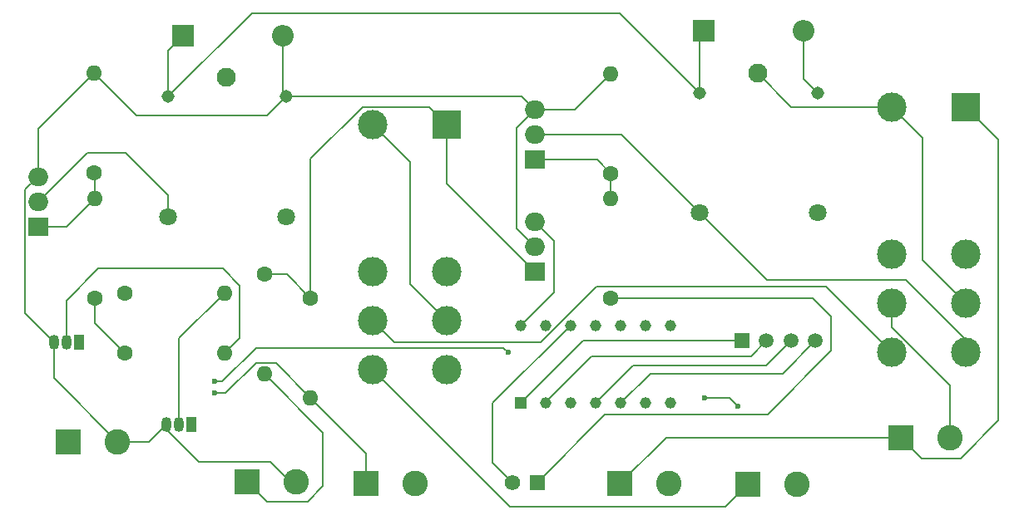
<source format=gbr>
%TF.GenerationSoftware,KiCad,Pcbnew,7.0.5*%
%TF.CreationDate,2023-12-12T17:16:25+05:30*%
%TF.ProjectId,charger ShutDown Circuit,63686172-6765-4722-9053-687574446f77,rev?*%
%TF.SameCoordinates,Original*%
%TF.FileFunction,Copper,L1,Top*%
%TF.FilePolarity,Positive*%
%FSLAX46Y46*%
G04 Gerber Fmt 4.6, Leading zero omitted, Abs format (unit mm)*
G04 Created by KiCad (PCBNEW 7.0.5) date 2023-12-12 17:16:25*
%MOMM*%
%LPD*%
G01*
G04 APERTURE LIST*
%TA.AperFunction,ComponentPad*%
%ADD10R,1.170000X1.170000*%
%TD*%
%TA.AperFunction,ComponentPad*%
%ADD11C,1.170000*%
%TD*%
%TA.AperFunction,ComponentPad*%
%ADD12R,2.000000X1.905000*%
%TD*%
%TA.AperFunction,ComponentPad*%
%ADD13O,2.000000X1.905000*%
%TD*%
%TA.AperFunction,ComponentPad*%
%ADD14R,1.050000X1.500000*%
%TD*%
%TA.AperFunction,ComponentPad*%
%ADD15O,1.050000X1.500000*%
%TD*%
%TA.AperFunction,ComponentPad*%
%ADD16R,2.200000X2.200000*%
%TD*%
%TA.AperFunction,ComponentPad*%
%ADD17O,2.200000X2.200000*%
%TD*%
%TA.AperFunction,ComponentPad*%
%ADD18C,1.600000*%
%TD*%
%TA.AperFunction,ComponentPad*%
%ADD19O,1.600000X1.600000*%
%TD*%
%TA.AperFunction,ComponentPad*%
%ADD20R,1.508000X1.508000*%
%TD*%
%TA.AperFunction,ComponentPad*%
%ADD21C,1.508000*%
%TD*%
%TA.AperFunction,ComponentPad*%
%ADD22R,2.600000X2.600000*%
%TD*%
%TA.AperFunction,ComponentPad*%
%ADD23C,2.600000*%
%TD*%
%TA.AperFunction,ComponentPad*%
%ADD24C,3.000000*%
%TD*%
%TA.AperFunction,ComponentPad*%
%ADD25R,3.000000X3.000000*%
%TD*%
%TA.AperFunction,ComponentPad*%
%ADD26C,1.308000*%
%TD*%
%TA.AperFunction,ComponentPad*%
%ADD27C,1.950000*%
%TD*%
%TA.AperFunction,ComponentPad*%
%ADD28C,1.800000*%
%TD*%
%TA.AperFunction,ComponentPad*%
%ADD29R,1.575000X1.575000*%
%TD*%
%TA.AperFunction,ComponentPad*%
%ADD30C,1.575000*%
%TD*%
%TA.AperFunction,ViaPad*%
%ADD31C,0.600000*%
%TD*%
%TA.AperFunction,Conductor*%
%ADD32C,0.200000*%
%TD*%
G04 APERTURE END LIST*
D10*
%TO.P,U1,1,1A*%
%TO.N,BMS1*%
X81711800Y-61239400D03*
D11*
%TO.P,U1,2,1B*%
%TO.N,BMS2*%
X84251800Y-61239400D03*
%TO.P,U1,3,1Y*%
%TO.N,out1*%
X86791800Y-61239400D03*
%TO.P,U1,4,2A*%
%TO.N,BMS3*%
X89331800Y-61239400D03*
%TO.P,U1,5,2B*%
%TO.N,BMS4*%
X91871800Y-61239400D03*
%TO.P,U1,6,2Y*%
%TO.N,out2*%
X94411800Y-61239400D03*
%TO.P,U1,7,GND*%
%TO.N,CSDC-*%
X96951800Y-61239400D03*
%TO.P,U1,8,3Y*%
%TO.N,out3*%
X96951800Y-53299400D03*
%TO.P,U1,9,3A*%
%TO.N,out2*%
X94411800Y-53299400D03*
%TO.P,U1,10,3B*%
%TO.N,out1*%
X91871800Y-53299400D03*
%TO.P,U1,11,4Y*%
%TO.N,AMS Fault*%
X89331800Y-53299400D03*
%TO.P,U1,12,4A*%
%TO.N,BMS5*%
X86791800Y-53299400D03*
%TO.P,U1,13,4B*%
%TO.N,out3*%
X84251800Y-53299400D03*
%TO.P,U1,14,VCC*%
%TO.N,+5V*%
X81711800Y-53299400D03*
%TD*%
D12*
%TO.P,U2,1,IN*%
%TO.N,Aux Battery in*%
X83134200Y-47853600D03*
D13*
%TO.P,U2,2,GND*%
%TO.N,CSDC-*%
X83134200Y-45313600D03*
%TO.P,U2,3,OUT*%
%TO.N,+5V*%
X83134200Y-42773600D03*
%TD*%
D14*
%TO.P,Q2,1,C*%
%TO.N,Net-(J10-Pin_1)*%
X48183800Y-63419400D03*
D15*
%TO.P,Q2,2,B*%
%TO.N,Net-(Q2-B)*%
X46913800Y-63419400D03*
%TO.P,Q2,3,E*%
%TO.N,CSDC-*%
X45643800Y-63419400D03*
%TD*%
D16*
%TO.P,D1,1,K*%
%TO.N,reset*%
X47294800Y-23799800D03*
D17*
%TO.P,D1,2,A*%
%TO.N,CSDC-*%
X57454800Y-23799800D03*
%TD*%
D18*
%TO.P,R7,1*%
%TO.N,Aux Battery in*%
X55600600Y-48082200D03*
D19*
%TO.P,R7,2*%
%TO.N,Net-(J10-Pin_1)*%
X55600600Y-58242200D03*
%TD*%
D20*
%TO.P,J3,1,1*%
%TO.N,BMS1*%
X104209200Y-54864000D03*
D21*
%TO.P,J3,2,2*%
%TO.N,BMS2*%
X106709200Y-54864000D03*
%TO.P,J3,3,3*%
%TO.N,BMS3*%
X109209200Y-54864000D03*
%TO.P,J3,4,4*%
%TO.N,BMS4*%
X111709200Y-54864000D03*
%TD*%
D18*
%TO.P,R8,1*%
%TO.N,Aux Battery in*%
X60325000Y-50520600D03*
D19*
%TO.P,R8,2*%
%TO.N,Net-(J11-Pin_1)*%
X60325000Y-60680600D03*
%TD*%
D18*
%TO.P,R2,1*%
%TO.N,Net-(Q3-G)*%
X90881200Y-37820600D03*
D19*
%TO.P,R2,2*%
%TO.N,CSDC-*%
X90881200Y-27660600D03*
%TD*%
D18*
%TO.P,R5,1*%
%TO.N,Net-(Q1-G)*%
X38303200Y-37744400D03*
D19*
%TO.P,R5,2*%
%TO.N,CSDC-*%
X38303200Y-27584400D03*
%TD*%
D22*
%TO.P,J11,1,Pin_1*%
%TO.N,Net-(J11-Pin_1)*%
X65993000Y-69392800D03*
D23*
%TO.P,J11,2,Pin_2*%
%TO.N,CSDC-*%
X70993000Y-69392800D03*
%TD*%
D18*
%TO.P,R3,1*%
%TO.N,IMD Fault*%
X41376600Y-50012600D03*
D19*
%TO.P,R3,2*%
%TO.N,Net-(Q2-B)*%
X51536600Y-50012600D03*
%TD*%
D12*
%TO.P,Q3,1,G*%
%TO.N,Net-(Q3-G)*%
X83108800Y-36423600D03*
D13*
%TO.P,Q3,2,D*%
%TO.N,Net-(Q3-D)*%
X83108800Y-33883600D03*
%TO.P,Q3,3,S*%
%TO.N,CSDC-*%
X83108800Y-31343600D03*
%TD*%
D18*
%TO.P,R6,1*%
%TO.N,AMS Fault*%
X41427400Y-56108600D03*
D19*
%TO.P,R6,2*%
%TO.N,Net-(Q4-B)*%
X51587400Y-56108600D03*
%TD*%
D18*
%TO.P,R4,1*%
%TO.N,AMS Fault*%
X38379400Y-50495200D03*
D19*
%TO.P,R4,2*%
%TO.N,Net-(Q1-G)*%
X38379400Y-40335200D03*
%TD*%
D24*
%TO.P,K2,11*%
%TO.N,Net-(K1-PadCOM)*%
X74167100Y-52844100D03*
%TO.P,K2,12*%
%TO.N,unconnected-(K2-Pad12)*%
X74167100Y-47844100D03*
%TO.P,K2,14*%
%TO.N,Net-(Q1-D)*%
X74167100Y-57844100D03*
%TO.P,K2,21*%
%TO.N,AMS In*%
X66667100Y-52844100D03*
%TO.P,K2,22*%
%TO.N,unconnected-(K2-Pad22)*%
X66667100Y-47844100D03*
%TO.P,K2,24*%
%TO.N,CSDC+*%
X66667100Y-57844100D03*
D25*
%TO.P,K2,A1*%
%TO.N,Aux Battery in*%
X74167100Y-32844100D03*
D24*
%TO.P,K2,A2*%
%TO.N,Net-(K1-PadCOM)*%
X66667100Y-32844100D03*
%TD*%
D26*
%TO.P,K5,COIL1*%
%TO.N,CSDC-*%
X111918000Y-29616900D03*
%TO.P,K5,COIL2*%
%TO.N,reset*%
X99918000Y-29616900D03*
D27*
%TO.P,K5,COM*%
%TO.N,Net-(K3-Pad11)*%
X105798000Y-27616900D03*
D28*
%TO.P,K5,NC*%
%TO.N,unconnected-(K5-PadNC)*%
X111918000Y-41816900D03*
%TO.P,K5,NO*%
%TO.N,Net-(Q3-D)*%
X99918000Y-41816900D03*
%TD*%
D22*
%TO.P,J10,1,Pin_1*%
%TO.N,Net-(J10-Pin_1)*%
X53862600Y-69266000D03*
D23*
%TO.P,J10,2,Pin_2*%
%TO.N,CSDC-*%
X58862600Y-69266000D03*
%TD*%
D26*
%TO.P,K1,COIL1*%
%TO.N,CSDC-*%
X57816000Y-29997900D03*
%TO.P,K1,COIL2*%
%TO.N,reset*%
X45816000Y-29997900D03*
D27*
%TO.P,K1,COM*%
%TO.N,Net-(K1-PadCOM)*%
X51696000Y-27997900D03*
D28*
%TO.P,K1,NC*%
%TO.N,unconnected-(K1-PadNC)*%
X57816000Y-42197900D03*
%TO.P,K1,NO*%
%TO.N,Net-(Q1-D)*%
X45816000Y-42197900D03*
%TD*%
D22*
%TO.P,J7,1,Pin_1*%
%TO.N,Aux Battery in*%
X35676200Y-65176600D03*
D23*
%TO.P,J7,2,Pin_2*%
%TO.N,CSDC-*%
X40676200Y-65176600D03*
%TD*%
D14*
%TO.P,Q4,1,C*%
%TO.N,Net-(J11-Pin_1)*%
X36728400Y-54991000D03*
D15*
%TO.P,Q4,2,B*%
%TO.N,Net-(Q4-B)*%
X35458400Y-54991000D03*
%TO.P,Q4,3,E*%
%TO.N,CSDC-*%
X34188400Y-54991000D03*
%TD*%
D12*
%TO.P,Q1,1,G*%
%TO.N,Net-(Q1-G)*%
X32588200Y-43256200D03*
D13*
%TO.P,Q1,2,D*%
%TO.N,Net-(Q1-D)*%
X32588200Y-40716200D03*
%TO.P,Q1,3,S*%
%TO.N,CSDC-*%
X32588200Y-38176200D03*
%TD*%
D18*
%TO.P,R1,1*%
%TO.N,IMD Fault*%
X90830400Y-50546000D03*
D19*
%TO.P,R1,2*%
%TO.N,Net-(Q3-G)*%
X90830400Y-40386000D03*
%TD*%
D22*
%TO.P,J1,1,Pin_1*%
%TO.N,Aux Battery in*%
X120385200Y-64719400D03*
D23*
%TO.P,J1,2,Pin_2*%
%TO.N,IMD In*%
X125385200Y-64719400D03*
%TD*%
D29*
%TO.P,J4,1,1*%
%TO.N,IMD Fault*%
X83362800Y-69291200D03*
D30*
%TO.P,J4,2,2*%
%TO.N,BMS5*%
X80862800Y-69291200D03*
%TD*%
D16*
%TO.P,D2,1,K*%
%TO.N,reset*%
X100304600Y-23291800D03*
D17*
%TO.P,D2,2,A*%
%TO.N,CSDC-*%
X110464600Y-23291800D03*
%TD*%
D22*
%TO.P,J6,1,Pin_1*%
%TO.N,CSDC+*%
X104829600Y-69519800D03*
D23*
%TO.P,J6,2,Pin_2*%
%TO.N,CSDC-*%
X109829600Y-69519800D03*
%TD*%
D24*
%TO.P,K3,11*%
%TO.N,Net-(K3-Pad11)*%
X126999100Y-51066100D03*
%TO.P,K3,12*%
%TO.N,unconnected-(K3-Pad12)*%
X126999100Y-46066100D03*
%TO.P,K3,14*%
%TO.N,Net-(Q3-D)*%
X126999100Y-56066100D03*
%TO.P,K3,21*%
%TO.N,IMD In*%
X119499100Y-51066100D03*
%TO.P,K3,22*%
%TO.N,unconnected-(K3-Pad22)*%
X119499100Y-46066100D03*
%TO.P,K3,24*%
%TO.N,AMS In*%
X119499100Y-56066100D03*
D25*
%TO.P,K3,A1*%
%TO.N,Aux Battery in*%
X126999100Y-31066100D03*
D24*
%TO.P,K3,A2*%
%TO.N,Net-(K3-Pad11)*%
X119499100Y-31066100D03*
%TD*%
D22*
%TO.P,J2,1,Pin_1*%
%TO.N,Aux Battery in*%
X91784800Y-69418400D03*
D23*
%TO.P,J2,2,Pin_2*%
%TO.N,reset*%
X96784800Y-69418400D03*
%TD*%
D31*
%TO.N,CSDC-*%
X100431600Y-60680600D03*
X103835200Y-61518800D03*
%TO.N,Net-(J11-Pin_1)*%
X50546000Y-60223400D03*
%TO.N,AMS Fault*%
X50520600Y-59029600D03*
X80431700Y-56044100D03*
%TD*%
D32*
%TO.N,Aux Battery in*%
X72367100Y-31044100D02*
X65602900Y-31044100D01*
X120385200Y-64719400D02*
X122518600Y-66852800D01*
X122518600Y-66852800D02*
X126492000Y-66852800D01*
X74167100Y-32844100D02*
X72367100Y-31044100D01*
X74167100Y-38886500D02*
X83134200Y-47853600D01*
X120385200Y-64719400D02*
X96483800Y-64719400D01*
X96483800Y-64719400D02*
X91784800Y-69418400D01*
X130327400Y-34394400D02*
X126999100Y-31066100D01*
X126492000Y-66852800D02*
X130327400Y-63017400D01*
X130327400Y-63017400D02*
X130327400Y-34394400D01*
X57886600Y-48082200D02*
X60325000Y-50520600D01*
X74167100Y-32844100D02*
X74167100Y-38886500D01*
X65602900Y-31044100D02*
X60325000Y-36322000D01*
X55600600Y-48082200D02*
X57886600Y-48082200D01*
X60325000Y-36322000D02*
X60325000Y-50520600D01*
%TO.N,IMD In*%
X125385200Y-59406615D02*
X125385200Y-64719400D01*
X119499100Y-53520515D02*
X125385200Y-59406615D01*
X119499100Y-51066100D02*
X119499100Y-53520515D01*
%TO.N,reset*%
X99918000Y-29616900D02*
X99918000Y-23678400D01*
X91789500Y-21488400D02*
X99918000Y-29616900D01*
X45816000Y-29997900D02*
X54325500Y-21488400D01*
X99918000Y-23678400D02*
X100304600Y-23291800D01*
X47294800Y-23799800D02*
X45816000Y-25278600D01*
X45816000Y-25278600D02*
X45816000Y-29997900D01*
X54325500Y-21488400D02*
X91789500Y-21488400D01*
%TO.N,BMS3*%
X109209200Y-54864000D02*
X106669200Y-57404000D01*
X106669200Y-57404000D02*
X93167200Y-57404000D01*
X93167200Y-57404000D02*
X89331800Y-61239400D01*
%TO.N,BMS4*%
X108356400Y-58216800D02*
X94894400Y-58216800D01*
X94894400Y-58216800D02*
X91871800Y-61239400D01*
X111709200Y-54864000D02*
X108356400Y-58216800D01*
%TO.N,BMS2*%
X106709200Y-54864000D02*
X105134400Y-56438800D01*
X84251800Y-61087000D02*
X84251800Y-61239400D01*
X88900000Y-56438800D02*
X84251800Y-61087000D01*
X105134400Y-56438800D02*
X88900000Y-56438800D01*
%TO.N,BMS1*%
X104209200Y-54864000D02*
X88087200Y-54864000D01*
X88087200Y-54864000D02*
X81711800Y-61239400D01*
%TO.N,BMS5*%
X78867000Y-61224200D02*
X86791800Y-53299400D01*
X78867000Y-67295400D02*
X78867000Y-61224200D01*
X80862800Y-69291200D02*
X78867000Y-67295400D01*
%TO.N,IMD Fault*%
X90830400Y-50546000D02*
X111433415Y-50546000D01*
X106857800Y-62357000D02*
X90297000Y-62357000D01*
X111433415Y-50546000D02*
X113309400Y-52421985D01*
X113309400Y-55905400D02*
X106857800Y-62357000D01*
X113309400Y-52421985D02*
X113309400Y-55905400D01*
X90297000Y-62357000D02*
X83362800Y-69291200D01*
%TO.N,CSDC+*%
X80603400Y-71780400D02*
X66667100Y-57844100D01*
X102569000Y-71780400D02*
X80603400Y-71780400D01*
X104829600Y-69519800D02*
X102569000Y-71780400D01*
%TO.N,CSDC-*%
X55911500Y-31902400D02*
X57816000Y-29997900D01*
X100431600Y-60680600D02*
X102997000Y-60680600D01*
X38303200Y-27584400D02*
X42621200Y-31902400D01*
X81763100Y-29997900D02*
X83108800Y-31343600D01*
X31288200Y-52090800D02*
X34188400Y-54991000D01*
X40676200Y-65176600D02*
X43886600Y-65176600D01*
X45643800Y-63419400D02*
X45643800Y-63919400D01*
X102997000Y-60680600D02*
X103835200Y-61518800D01*
X32588200Y-38176200D02*
X31288200Y-39476200D01*
X83108800Y-31343600D02*
X87198200Y-31343600D01*
X34188400Y-54991000D02*
X34188400Y-58688800D01*
X32588200Y-33299400D02*
X38303200Y-27584400D01*
X57816000Y-29997900D02*
X81763100Y-29997900D01*
X48932800Y-67208400D02*
X56239314Y-67208400D01*
X87198200Y-31343600D02*
X90881200Y-27660600D01*
X110464600Y-23291800D02*
X110464600Y-28163500D01*
X42621200Y-31902400D02*
X55911500Y-31902400D01*
X81280000Y-33172400D02*
X81280000Y-43459400D01*
X43886600Y-65176600D02*
X45643800Y-63419400D01*
X81280000Y-43459400D02*
X83134200Y-45313600D01*
X57454800Y-29636700D02*
X57816000Y-29997900D01*
X32588200Y-38176200D02*
X32588200Y-33299400D01*
X34188400Y-58688800D02*
X40676200Y-65176600D01*
X110464600Y-28163500D02*
X111918000Y-29616900D01*
X83108800Y-31343600D02*
X81280000Y-33172400D01*
X45643800Y-63919400D02*
X48932800Y-67208400D01*
X31288200Y-39476200D02*
X31288200Y-52090800D01*
X57454800Y-23799800D02*
X57454800Y-29636700D01*
X56239314Y-67208400D02*
X58579757Y-69548843D01*
%TO.N,Net-(J10-Pin_1)*%
X61595000Y-64236600D02*
X55600600Y-58242200D01*
X61595000Y-69697600D02*
X61595000Y-64236600D01*
X60020200Y-71272400D02*
X61595000Y-69697600D01*
X53862600Y-69266000D02*
X55869000Y-71272400D01*
X55869000Y-71272400D02*
X60020200Y-71272400D01*
%TO.N,Net-(J11-Pin_1)*%
X51663600Y-60223400D02*
X50546000Y-60223400D01*
X65993000Y-66348600D02*
X60325000Y-60680600D01*
X60325000Y-60680600D02*
X56786600Y-57142200D01*
X65993000Y-69392800D02*
X65993000Y-66348600D01*
X56786600Y-57142200D02*
X54744800Y-57142200D01*
X54744800Y-57142200D02*
X51663600Y-60223400D01*
%TO.N,Net-(Q1-D)*%
X37617400Y-35687000D02*
X41503600Y-35687000D01*
X41503600Y-35687000D02*
X45816000Y-39999400D01*
X32588200Y-40716200D02*
X37617400Y-35687000D01*
X45816000Y-39999400D02*
X45816000Y-42197900D01*
%TO.N,Net-(K1-PadCOM)*%
X70434200Y-49111200D02*
X74167100Y-52844100D01*
X66667100Y-32844100D02*
X70434200Y-36611200D01*
X70434200Y-36611200D02*
X70434200Y-49111200D01*
%TO.N,AMS In*%
X89450580Y-49352200D02*
X112785200Y-49352200D01*
X83760980Y-55041800D02*
X89450580Y-49352200D01*
X112785200Y-49352200D02*
X119499100Y-56066100D01*
X66667100Y-52844100D02*
X68864800Y-55041800D01*
X68864800Y-55041800D02*
X83760980Y-55041800D01*
%TO.N,Net-(K3-Pad11)*%
X122605800Y-34172800D02*
X122605800Y-46672800D01*
X105798000Y-27616900D02*
X109247200Y-31066100D01*
X119499100Y-31066100D02*
X122605800Y-34172800D01*
X122605800Y-46672800D02*
X126999100Y-51066100D01*
X109247200Y-31066100D02*
X119499100Y-31066100D01*
%TO.N,Net-(Q3-D)*%
X83108800Y-33883600D02*
X91984700Y-33883600D01*
X126999100Y-54736100D02*
X126999100Y-56066100D01*
X120929400Y-48666400D02*
X126999100Y-54736100D01*
X106767500Y-48666400D02*
X120929400Y-48666400D01*
X99918000Y-41816900D02*
X106767500Y-48666400D01*
X91984700Y-33883600D02*
X99918000Y-41816900D01*
%TO.N,Net-(Q1-G)*%
X35458400Y-43256200D02*
X38379400Y-40335200D01*
X38379400Y-40335200D02*
X38379400Y-37820600D01*
X32588200Y-43256200D02*
X35458400Y-43256200D01*
X38379400Y-37820600D02*
X38303200Y-37744400D01*
%TO.N,Net-(Q2-B)*%
X46913800Y-54635400D02*
X51536600Y-50012600D01*
X46913800Y-63419400D02*
X46913800Y-54635400D01*
%TO.N,Net-(Q3-G)*%
X90881200Y-40335200D02*
X90830400Y-40386000D01*
X89484200Y-36423600D02*
X90881200Y-37820600D01*
X90881200Y-37820600D02*
X90881200Y-40335200D01*
X83108800Y-36423600D02*
X89484200Y-36423600D01*
%TO.N,Net-(Q4-B)*%
X35458400Y-54991000D02*
X35458400Y-50774600D01*
X51358800Y-47523400D02*
X53086000Y-49250600D01*
X53086000Y-54610000D02*
X51587400Y-56108600D01*
X53086000Y-49250600D02*
X53086000Y-54610000D01*
X38709600Y-47523400D02*
X51358800Y-47523400D01*
X35458400Y-50774600D02*
X38709600Y-47523400D01*
%TO.N,AMS Fault*%
X54762400Y-55575200D02*
X79962800Y-55575200D01*
X38379400Y-53060600D02*
X41427400Y-56108600D01*
X50520600Y-59029600D02*
X51308000Y-59029600D01*
X38379400Y-50495200D02*
X38379400Y-53060600D01*
X51308000Y-59029600D02*
X54762400Y-55575200D01*
X79962800Y-55575200D02*
X80431700Y-56044100D01*
%TO.N,+5V*%
X85090000Y-44729400D02*
X85090000Y-49921200D01*
X83134200Y-42773600D02*
X85090000Y-44729400D01*
X85090000Y-49921200D02*
X81711800Y-53299400D01*
%TD*%
M02*

</source>
